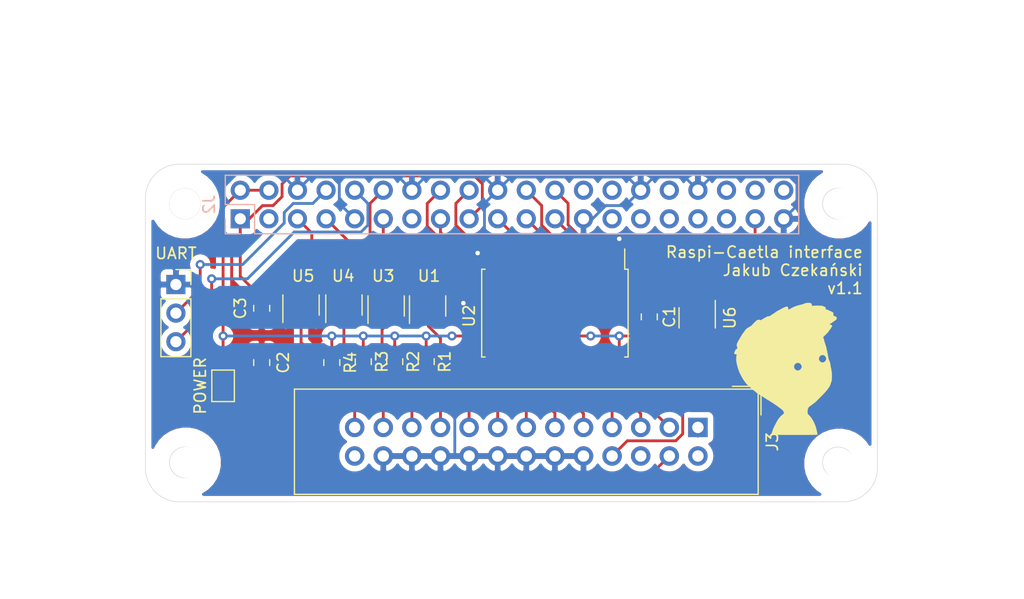
<source format=kicad_pcb>
(kicad_pcb (version 20171130) (host pcbnew "(5.1.4-0-10_14)")
  (title_block (title "Raspberry Pi® Zero W - Hat Template") (date 2018-12-28) (rev 1.0.8) (company StudioPieters®) (comment 1 https://www.studiopieters.nl))
  (layers (0 F.Cu signal) (31 B.Cu signal) (34 B.Paste user) (35 F.Paste user) (36 B.SilkS user) (37 F.SilkS user) (38 B.Mask user) (39 F.Mask user) (44 Edge.Cuts user))
  (net 0 "")
  (net 1 "Net-(J1-Pad2)")
  (net 2 "Net-(J1-Pad3)")
  (net 3 GND)
  (net 4 +3V3)
  (net 5 GPIO26)
  (net 6 "Net-(J2-Pad24)")
  (net 7 "Net-(J2-Pad23)")
  (net 8 "Net-(J2-Pad22)")
  (net 9 "Net-(J2-Pad21)")
  (net 10 "Net-(J2-Pad19)")
  (net 11 "Net-(J2-Pad18)")
  (net 12 "Net-(J2-Pad16)")
  (net 13 "Net-(J2-Pad15)")
  (net 14 "Net-(J2-Pad12)")
  (net 15 "Net-(J2-Pad11)")
  (net 16 "Net-(J2-Pad7)")
  (net 17 "Net-(J2-Pad5)")
  (net 18 /SELECT)
  (net 19 /PAPER_OUT)
  (net 20 /BUSY)
  (net 21 /ACK)
  (net 22 /D7)
  (net 23 /D6)
  (net 24 /D5)
  (net 25 /D4)
  (net 26 /D3)
  (net 27 /SELECT_PRINTER)
  (net 28 /D2)
  (net 29 /D1)
  (net 30 /D0)
  (net 31 +5V)
  (net 32 /ERROR)
  (module Mine:avatar (layer F.Cu) (at 107.188 66.548)
    (fp_text reference G*** hide)
    (fp_text value LOGO hide)
  )
  (module Package_TO_SOT_SMD:SOT-23-5 (layer F.Cu) (at 98.994 62.654 270)
    (fp_text reference U6 (at 0 -2.9 90) (layer F.SilkS))
    (fp_text value 74LVC1G125)
    (pad 5 smd rect (at 1.1 -0.95 270) (size 1.06 0.65) (layers F.Cu F.Paste F.Mask) (net 31 +5V))
    (pad 4 smd rect (at 1.1 0.95 270) (size 1.06 0.65) (layers F.Cu F.Paste F.Mask) (net 27 /SELECT_PRINTER))
    (pad 3 smd rect (at -1.1 0.95 270) (size 1.06 0.65) (layers F.Cu F.Paste F.Mask) (net 3 GND))
    (pad 2 smd rect (at -1.1 0 270) (size 1.06 0.65) (layers F.Cu F.Paste F.Mask) (net 5 GPIO26))
    (pad 1 smd rect (at -1.1 -0.95 270) (size 1.06 0.65) (layers F.Cu F.Paste F.Mask) (net 3 GND))
  )
  (module Package_TO_SOT_SMD:SOT-23-5 (layer F.Cu) (at 63.815 61.511 90)
    (fp_text reference U5 (at 2.583 0.193 180) (layer F.SilkS))
    (fp_text value 74LVC1G125)
    (pad 5 smd rect (at 1.1 -0.95 90) (size 1.06 0.65) (layers F.Cu F.Paste F.Mask) (net 4 +3V3))
    (pad 4 smd rect (at 1.1 0.95 90) (size 1.06 0.65) (layers F.Cu F.Paste F.Mask) (net 17 "Net-(J2-Pad5)"))
    (pad 3 smd rect (at -1.1 0.95 90) (size 1.06 0.65) (layers F.Cu F.Paste F.Mask) (net 3 GND))
    (pad 2 smd rect (at -1.1 0 90) (size 1.06 0.65) (layers F.Cu F.Paste F.Mask) (net 18 /SELECT))
    (pad 1 smd rect (at -1.1 -0.95 90) (size 1.06 0.65) (layers F.Cu F.Paste F.Mask) (net 3 GND))
  )
  (module Package_TO_SOT_SMD:SOT-23-5 (layer F.Cu) (at 67.625 61.511 90)
    (fp_text reference U4 (at 2.583 -0.061 180) (layer F.SilkS))
    (fp_text value 74LVC1G125)
    (pad 5 smd rect (at 1.1 -0.95 90) (size 1.06 0.65) (layers F.Cu F.Paste F.Mask) (net 4 +3V3))
    (pad 4 smd rect (at 1.1 0.95 90) (size 1.06 0.65) (layers F.Cu F.Paste F.Mask) (net 16 "Net-(J2-Pad7)"))
    (pad 3 smd rect (at -1.1 0.95 90) (size 1.06 0.65) (layers F.Cu F.Paste F.Mask) (net 3 GND))
    (pad 2 smd rect (at -1.1 0 90) (size 1.06 0.65) (layers F.Cu F.Paste F.Mask) (net 19 /PAPER_OUT))
    (pad 1 smd rect (at -1.1 -0.95 90) (size 1.06 0.65) (layers F.Cu F.Paste F.Mask) (net 3 GND))
  )
  (module Package_TO_SOT_SMD:SOT-23-5 (layer F.Cu) (at 71.374 61.595 90)
    (fp_text reference U3 (at 2.667 -0.254 180) (layer F.SilkS))
    (fp_text value 74LVC1G125)
    (pad 5 smd rect (at 1.1 -0.95 90) (size 1.06 0.65) (layers F.Cu F.Paste F.Mask) (net 4 +3V3))
    (pad 4 smd rect (at 1.1 0.95 90) (size 1.06 0.65) (layers F.Cu F.Paste F.Mask) (net 14 "Net-(J2-Pad12)"))
    (pad 3 smd rect (at -1.1 0.95 90) (size 1.06 0.65) (layers F.Cu F.Paste F.Mask) (net 3 GND))
    (pad 2 smd rect (at -1.1 0 90) (size 1.06 0.65) (layers F.Cu F.Paste F.Mask) (net 20 /BUSY))
    (pad 1 smd rect (at -1.1 -0.95 90) (size 1.06 0.65) (layers F.Cu F.Paste F.Mask) (net 3 GND))
  )
  (module Package_TO_SOT_SMD:SOT-23-5 (layer F.Cu) (at 75.057 61.595 90)
    (fp_text reference U1 (at 2.667 0.127 180) (layer F.SilkS))
    (fp_text value 74LVC1G125)
    (pad 5 smd rect (at 1.1 -0.95 90) (size 1.06 0.65) (layers F.Cu F.Paste F.Mask) (net 4 +3V3))
    (pad 4 smd rect (at 1.1 0.95 90) (size 1.06 0.65) (layers F.Cu F.Paste F.Mask) (net 15 "Net-(J2-Pad11)"))
    (pad 3 smd rect (at -1.1 0.95 90) (size 1.06 0.65) (layers F.Cu F.Paste F.Mask) (net 3 GND))
    (pad 2 smd rect (at -1.1 0 90) (size 1.06 0.65) (layers F.Cu F.Paste F.Mask) (net 21 /ACK))
    (pad 1 smd rect (at -1.1 -0.95 90) (size 1.06 0.65) (layers F.Cu F.Paste F.Mask) (net 3 GND))
  )
  (module Resistor_SMD:R_0805_2012Metric (layer F.Cu) (at 74.93 66.548 270)
    (fp_text reference R1 (at 0 -1.65 90) (layer F.SilkS))
    (fp_text value 10k)
    (pad 2 smd roundrect (at 0.9375 0 270) (size 0.975 1.4) (layers F.Cu F.Paste F.Mask) (net 21 /ACK))
    (pad 1 smd roundrect (at -0.9375 0 270) (size 0.975 1.4) (layers F.Cu F.Paste F.Mask) (net 31 +5V))
  )
  (module Connector_IDC:IDC-Header_2x13_P2.54mm_Vertical (layer F.Cu) (at 99.06 72.39 270)
    (fp_text reference J3 (at 1.27 -6.604 90) (layer F.SilkS))
    (fp_text value PARALLEL)
    (pad 26 thru_hole oval (at 2.54 30.48 270) (size 1.7272 1.7272) (drill 1.016) (layers *.Cu *.Mask))
    (pad 25 thru_hole oval (at 0 30.48 270) (size 1.7272 1.7272) (drill 1.016) (layers *.Cu *.Mask) (net 18 /SELECT))
    (pad 24 thru_hole oval (at 2.54 27.94 270) (size 1.7272 1.7272) (drill 1.016) (layers *.Cu *.Mask) (net 3 GND))
    (pad 23 thru_hole oval (at 0 27.94 270) (size 1.7272 1.7272) (drill 1.016) (layers *.Cu *.Mask) (net 19 /PAPER_OUT))
    (pad 22 thru_hole oval (at 2.54 25.4 270) (size 1.7272 1.7272) (drill 1.016) (layers *.Cu *.Mask) (net 3 GND))
    (pad 21 thru_hole oval (at 0 25.4 270) (size 1.7272 1.7272) (drill 1.016) (layers *.Cu *.Mask) (net 20 /BUSY))
    (pad 20 thru_hole oval (at 2.54 22.86 270) (size 1.7272 1.7272) (drill 1.016) (layers *.Cu *.Mask) (net 3 GND))
    (pad 19 thru_hole oval (at 0 22.86 270) (size 1.7272 1.7272) (drill 1.016) (layers *.Cu *.Mask) (net 21 /ACK))
    (pad 18 thru_hole oval (at 2.54 20.32 270) (size 1.7272 1.7272) (drill 1.016) (layers *.Cu *.Mask) (net 3 GND))
    (pad 17 thru_hole oval (at 0 20.32 270) (size 1.7272 1.7272) (drill 1.016) (layers *.Cu *.Mask) (net 22 /D7))
    (pad 16 thru_hole oval (at 2.54 17.78 270) (size 1.7272 1.7272) (drill 1.016) (layers *.Cu *.Mask) (net 3 GND))
    (pad 15 thru_hole oval (at 0 17.78 270) (size 1.7272 1.7272) (drill 1.016) (layers *.Cu *.Mask) (net 23 /D6))
    (pad 14 thru_hole oval (at 2.54 15.24 270) (size 1.7272 1.7272) (drill 1.016) (layers *.Cu *.Mask) (net 3 GND))
    (pad 13 thru_hole oval (at 0 15.24 270) (size 1.7272 1.7272) (drill 1.016) (layers *.Cu *.Mask) (net 24 /D5))
    (pad 12 thru_hole oval (at 2.54 12.7 270) (size 1.7272 1.7272) (drill 1.016) (layers *.Cu *.Mask) (net 3 GND))
    (pad 11 thru_hole oval (at 0 12.7 270) (size 1.7272 1.7272) (drill 1.016) (layers *.Cu *.Mask) (net 25 /D4))
    (pad 10 thru_hole oval (at 2.54 10.16 270) (size 1.7272 1.7272) (drill 1.016) (layers *.Cu *.Mask) (net 3 GND))
    (pad 9 thru_hole oval (at 0 10.16 270) (size 1.7272 1.7272) (drill 1.016) (layers *.Cu *.Mask) (net 26 /D3))
    (pad 8 thru_hole oval (at 2.54 7.62 270) (size 1.7272 1.7272) (drill 1.016) (layers *.Cu *.Mask) (net 27 /SELECT_PRINTER))
    (pad 7 thru_hole oval (at 0 7.62 270) (size 1.7272 1.7272) (drill 1.016) (layers *.Cu *.Mask) (net 28 /D2))
    (pad 6 thru_hole oval (at 2.54 5.08 270) (size 1.7272 1.7272) (drill 1.016) (layers *.Cu *.Mask))
    (pad 5 thru_hole oval (at 0 5.08 270) (size 1.7272 1.7272) (drill 1.016) (layers *.Cu *.Mask) (net 29 /D1))
    (pad 4 thru_hole oval (at 2.54 2.54 270) (size 1.7272 1.7272) (drill 1.016) (layers *.Cu *.Mask) (net 32 /ERROR))
    (pad 3 thru_hole oval (at 0 2.54 270) (size 1.7272 1.7272) (drill 1.016) (layers *.Cu *.Mask) (net 30 /D0))
    (pad 2 thru_hole oval (at 2.54 0 270) (size 1.7272 1.7272) (drill 1.016) (layers *.Cu *.Mask))
    (pad 1 thru_hole rect (at 0 0 270) (size 1.7272 1.7272) (drill 1.016) (layers *.Cu *.Mask))
  )
  (module Package_SO:Infineon_PG-DSO-20-32 (layer F.Cu) (at 86.36 62.23 270)
    (fp_text reference U2 (at 0.254 7.62 90) (layer F.SilkS))
    (fp_text value 74HCT541)
    (pad 20 smd rect (at 4.75 -5.715) (size 0.55 1.95) (layers F.Cu F.Paste F.Mask) (net 31 +5V))
    (pad 19 smd rect (at 4.75 -4.445) (size 0.55 1.95) (layers F.Cu F.Paste F.Mask) (net 3 GND))
    (pad 18 smd rect (at 4.75 -3.175) (size 0.55 1.95) (layers F.Cu F.Paste F.Mask) (net 30 /D0))
    (pad 17 smd rect (at 4.75 -1.905) (size 0.55 1.95) (layers F.Cu F.Paste F.Mask) (net 29 /D1))
    (pad 16 smd rect (at 4.75 -0.635) (size 0.55 1.95) (layers F.Cu F.Paste F.Mask) (net 28 /D2))
    (pad 15 smd rect (at 4.75 0.635) (size 0.55 1.95) (layers F.Cu F.Paste F.Mask) (net 26 /D3))
    (pad 14 smd rect (at 4.75 1.905) (size 0.55 1.95) (layers F.Cu F.Paste F.Mask) (net 25 /D4))
    (pad 13 smd rect (at 4.75 3.175) (size 0.55 1.95) (layers F.Cu F.Paste F.Mask) (net 24 /D5))
    (pad 12 smd rect (at 4.75 4.445) (size 0.55 1.95) (layers F.Cu F.Paste F.Mask) (net 23 /D6))
    (pad 11 smd rect (at 4.75 5.715) (size 0.55 1.95) (layers F.Cu F.Paste F.Mask) (net 22 /D7))
    (pad 10 smd rect (at -4.75 5.715) (size 0.55 1.95) (layers F.Cu F.Paste F.Mask) (net 3 GND))
    (pad 9 smd rect (at -4.75 4.445) (size 0.55 1.95) (layers F.Cu F.Paste F.Mask) (net 13 "Net-(J2-Pad15)"))
    (pad 8 smd rect (at -4.75 3.175) (size 0.55 1.95) (layers F.Cu F.Paste F.Mask) (net 12 "Net-(J2-Pad16)"))
    (pad 7 smd rect (at -4.75 1.905) (size 0.55 1.95) (layers F.Cu F.Paste F.Mask) (net 11 "Net-(J2-Pad18)"))
    (pad 6 smd rect (at -4.75 0.635) (size 0.55 1.95) (layers F.Cu F.Paste F.Mask) (net 10 "Net-(J2-Pad19)"))
    (pad 5 smd rect (at -4.75 -0.635) (size 0.55 1.95) (layers F.Cu F.Paste F.Mask) (net 8 "Net-(J2-Pad22)"))
    (pad 4 smd rect (at -4.75 -1.905) (size 0.55 1.95) (layers F.Cu F.Paste F.Mask) (net 9 "Net-(J2-Pad21)"))
    (pad 3 smd rect (at -4.75 -3.175) (size 0.55 1.95) (layers F.Cu F.Paste F.Mask) (net 6 "Net-(J2-Pad24)"))
    (pad 2 smd rect (at -4.75 -4.445) (size 0.55 1.95) (layers F.Cu F.Paste F.Mask) (net 7 "Net-(J2-Pad23)"))
    (pad 1 smd rect (at -4.75 -5.715) (size 0.55 1.95) (layers F.Cu F.Paste F.Mask) (net 3 GND))
  )
  (module Resistor_SMD:R_0805_2012Metric (layer F.Cu) (at 66.548 66.6265 270)
    (fp_text reference R4 (at 0 -1.65 90) (layer F.SilkS))
    (fp_text value 10k)
    (pad 2 smd roundrect (at 0.9375 0 270) (size 0.975 1.4) (layers F.Cu F.Paste F.Mask) (net 18 /SELECT))
    (pad 1 smd roundrect (at -0.9375 0 270) (size 0.975 1.4) (layers F.Cu F.Paste F.Mask) (net 31 +5V))
  )
  (module Resistor_SMD:R_0805_2012Metric (layer F.Cu) (at 69.342 66.548 270)
    (fp_text reference R3 (at 0 -1.65 90) (layer F.SilkS))
    (fp_text value 10k)
    (pad 2 smd roundrect (at 0.9375 0 270) (size 0.975 1.4) (layers F.Cu F.Paste F.Mask) (net 19 /PAPER_OUT))
    (pad 1 smd roundrect (at -0.9375 0 270) (size 0.975 1.4) (layers F.Cu F.Paste F.Mask) (net 31 +5V))
  )
  (module Resistor_SMD:R_0805_2012Metric (layer F.Cu) (at 72.136 66.548 270)
    (fp_text reference R2 (at 0 -1.65 90) (layer F.SilkS))
    (fp_text value 10k)
    (pad 2 smd roundrect (at 0.9375 0 270) (size 0.975 1.4) (layers F.Cu F.Paste F.Mask) (net 20 /BUSY))
    (pad 1 smd roundrect (at -0.9375 0 270) (size 0.975 1.4) (layers F.Cu F.Paste F.Mask) (net 31 +5V))
  )
  (module Jumper:SolderJumper-2_P1.3mm_Open_Pad1.0x1.5mm (layer F.Cu) (at 56.896 68.692 270)
    (fp_text reference POWER (at 0 2.032 90) (layer F.SilkS))
    (fp_text value 5V_PWR)
    (pad 1 smd rect (at -0.65 0 270) (size 1 1.5) (layers F.Cu F.Mask) (net 31 +5V))
    (pad 2 smd rect (at 0.65 0 270) (size 1 1.5) (layers F.Cu F.Mask) (net 32 /ERROR))
  )
  (module Connector_PinSocket_2.54mm:PinSocket_2x20_P2.54mm_Vertical (layer B.Cu) (at 58.42 53.848 270)
    (fp_text reference J2 (at -1.27 2.77 270) (layer B.SilkS) (effects (justify mirror)))
    (fp_text value RASPBERRY_PI)
    (pad 40 thru_hole oval (at -2.54 -48.26 270) (size 1.7 1.7) (drill 1) (layers *.Cu *.Mask))
    (pad 39 thru_hole oval (at 0 -48.26 270) (size 1.7 1.7) (drill 1) (layers *.Cu *.Mask) (net 3 GND))
    (pad 38 thru_hole oval (at -2.54 -45.72 270) (size 1.7 1.7) (drill 1) (layers *.Cu *.Mask))
    (pad 37 thru_hole oval (at 0 -45.72 270) (size 1.7 1.7) (drill 1) (layers *.Cu *.Mask) (net 5 GPIO26))
    (pad 36 thru_hole oval (at -2.54 -43.18 270) (size 1.7 1.7) (drill 1) (layers *.Cu *.Mask))
    (pad 35 thru_hole oval (at 0 -43.18 270) (size 1.7 1.7) (drill 1) (layers *.Cu *.Mask))
    (pad 34 thru_hole oval (at -2.54 -40.64 270) (size 1.7 1.7) (drill 1) (layers *.Cu *.Mask) (net 3 GND))
    (pad 33 thru_hole oval (at 0 -40.64 270) (size 1.7 1.7) (drill 1) (layers *.Cu *.Mask))
    (pad 32 thru_hole oval (at -2.54 -38.1 270) (size 1.7 1.7) (drill 1) (layers *.Cu *.Mask))
    (pad 31 thru_hole oval (at 0 -38.1 270) (size 1.7 1.7) (drill 1) (layers *.Cu *.Mask))
    (pad 30 thru_hole oval (at -2.54 -35.56 270) (size 1.7 1.7) (drill 1) (layers *.Cu *.Mask) (net 3 GND))
    (pad 29 thru_hole oval (at 0 -35.56 270) (size 1.7 1.7) (drill 1) (layers *.Cu *.Mask))
    (pad 28 thru_hole oval (at -2.54 -33.02 270) (size 1.7 1.7) (drill 1) (layers *.Cu *.Mask))
    (pad 27 thru_hole oval (at 0 -33.02 270) (size 1.7 1.7) (drill 1) (layers *.Cu *.Mask))
    (pad 26 thru_hole oval (at -2.54 -30.48 270) (size 1.7 1.7) (drill 1) (layers *.Cu *.Mask))
    (pad 25 thru_hole oval (at 0 -30.48 270) (size 1.7 1.7) (drill 1) (layers *.Cu *.Mask) (net 3 GND))
    (pad 24 thru_hole oval (at -2.54 -27.94 270) (size 1.7 1.7) (drill 1) (layers *.Cu *.Mask) (net 6 "Net-(J2-Pad24)"))
    (pad 23 thru_hole oval (at 0 -27.94 270) (size 1.7 1.7) (drill 1) (layers *.Cu *.Mask) (net 7 "Net-(J2-Pad23)"))
    (pad 22 thru_hole oval (at -2.54 -25.4 270) (size 1.7 1.7) (drill 1) (layers *.Cu *.Mask) (net 8 "Net-(J2-Pad22)"))
    (pad 21 thru_hole oval (at 0 -25.4 270) (size 1.7 1.7) (drill 1) (layers *.Cu *.Mask) (net 9 "Net-(J2-Pad21)"))
    (pad 20 thru_hole oval (at -2.54 -22.86 270) (size 1.7 1.7) (drill 1) (layers *.Cu *.Mask) (net 3 GND))
    (pad 19 thru_hole oval (at 0 -22.86 270) (size 1.7 1.7) (drill 1) (layers *.Cu *.Mask) (net 10 "Net-(J2-Pad19)"))
    (pad 18 thru_hole oval (at -2.54 -20.32 270) (size 1.7 1.7) (drill 1) (layers *.Cu *.Mask) (net 11 "Net-(J2-Pad18)"))
    (pad 17 thru_hole oval (at 0 -20.32 270) (size 1.7 1.7) (drill 1) (layers *.Cu *.Mask) (net 4 +3V3))
    (pad 16 thru_hole oval (at -2.54 -17.78 270) (size 1.7 1.7) (drill 1) (layers *.Cu *.Mask) (net 12 "Net-(J2-Pad16)"))
    (pad 15 thru_hole oval (at 0 -17.78 270) (size 1.7 1.7) (drill 1) (layers *.Cu *.Mask) (net 13 "Net-(J2-Pad15)"))
    (pad 14 thru_hole oval (at -2.54 -15.24 270) (size 1.7 1.7) (drill 1) (layers *.Cu *.Mask) (net 3 GND))
    (pad 13 thru_hole oval (at 0 -15.24 270) (size 1.7 1.7) (drill 1) (layers *.Cu *.Mask))
    (pad 12 thru_hole oval (at -2.54 -12.7 270) (size 1.7 1.7) (drill 1) (layers *.Cu *.Mask) (net 14 "Net-(J2-Pad12)"))
    (pad 11 thru_hole oval (at 0 -12.7 270) (size 1.7 1.7) (drill 1) (layers *.Cu *.Mask) (net 15 "Net-(J2-Pad11)"))
    (pad 10 thru_hole oval (at -2.54 -10.16 270) (size 1.7 1.7) (drill 1) (layers *.Cu *.Mask) (net 2 "Net-(J1-Pad3)"))
    (pad 9 thru_hole oval (at 0 -10.16 270) (size 1.7 1.7) (drill 1) (layers *.Cu *.Mask) (net 3 GND))
    (pad 8 thru_hole oval (at -2.54 -7.62 270) (size 1.7 1.7) (drill 1) (layers *.Cu *.Mask) (net 1 "Net-(J1-Pad2)"))
    (pad 7 thru_hole oval (at 0 -7.62 270) (size 1.7 1.7) (drill 1) (layers *.Cu *.Mask) (net 16 "Net-(J2-Pad7)"))
    (pad 6 thru_hole oval (at -2.54 -5.08 270) (size 1.7 1.7) (drill 1) (layers *.Cu *.Mask) (net 3 GND))
    (pad 5 thru_hole oval (at 0 -5.08 270) (size 1.7 1.7) (drill 1) (layers *.Cu *.Mask) (net 17 "Net-(J2-Pad5)"))
    (pad 4 thru_hole oval (at -2.54 -2.54 270) (size 1.7 1.7) (drill 1) (layers *.Cu *.Mask) (net 31 +5V))
    (pad 3 thru_hole oval (at 0 -2.54 270) (size 1.7 1.7) (drill 1) (layers *.Cu *.Mask))
    (pad 2 thru_hole oval (at -2.54 0 270) (size 1.7 1.7) (drill 1) (layers *.Cu *.Mask) (net 31 +5V))
    (pad 1 thru_hole rect (at 0 0 270) (size 1.7 1.7) (drill 1) (layers *.Cu *.Mask) (net 4 +3V3))
  )
  (module Connector_PinSocket_2.54mm:PinSocket_1x03_P2.54mm_Vertical (layer F.Cu) (at 52.705 59.69)
    (fp_text reference UART (at 0 -2.77) (layer F.SilkS))
    (fp_text value UART)
    (pad 3 thru_hole oval (at 0 5.08) (size 1.7 1.7) (drill 1) (layers *.Cu *.Mask) (net 2 "Net-(J1-Pad3)"))
    (pad 2 thru_hole oval (at 0 2.54) (size 1.7 1.7) (drill 1) (layers *.Cu *.Mask) (net 1 "Net-(J1-Pad2)"))
    (pad 1 thru_hole rect (at 0 0) (size 1.7 1.7) (drill 1) (layers *.Cu *.Mask) (net 3 GND))
  )
  (module Capacitor_SMD:C_0805_2012Metric (layer F.Cu) (at 60.325 61.8005 270)
    (fp_text reference C3 (at 0 1.905 90) (layer F.SilkS))
    (fp_text value 100n)
    (pad 2 smd roundrect (at 0.9375 0 270) (size 0.975 1.4) (layers F.Cu F.Paste F.Mask) (net 3 GND))
    (pad 1 smd roundrect (at -0.9375 0 270) (size 0.975 1.4) (layers F.Cu F.Paste F.Mask) (net 4 +3V3))
  )
  (module Capacitor_SMD:C_0805_2012Metric (layer F.Cu) (at 60.325 66.6265 90)
    (fp_text reference C2 (at 0 1.905 90) (layer F.SilkS))
    (fp_text value 100n)
    (pad 2 smd roundrect (at 0.9375 0 90) (size 0.975 1.4) (layers F.Cu F.Paste F.Mask) (net 3 GND))
    (pad 1 smd roundrect (at -0.9375 0 90) (size 0.975 1.4) (layers F.Cu F.Paste F.Mask) (net 31 +5V))
  )
  (module Capacitor_SMD:C_0805_2012Metric (layer F.Cu) (at 94.742 62.5625 90)
    (fp_text reference C1 (at 0 1.778 90) (layer F.SilkS))
    (fp_text value 100n)
    (pad 2 smd roundrect (at 0.9375 0 90) (size 0.975 1.4) (layers F.Cu F.Paste F.Mask) (net 3 GND))
    (pad 1 smd roundrect (at -0.9375 0 90) (size 0.975 1.4) (layers F.Cu F.Paste F.Mask) (net 31 +5V))
  )
  (module RPi_Hat:RPi_Hat_Mounting_Hole (layer F.Cu) (at 53.5 52.5)
    (fp_text reference "" hide)
    (fp_text value "" hide)
    (pad "" np_thru_hole circle (at 0 0) (size 2.75 2.75) (drill 2.75) (layers *.Cu *.Mask) (clearance 1.725))
  )
  (module RPi_Hat:RPi_Hat_Mounting_Hole (layer F.Cu) (at 53.6 75.5)
    (fp_text reference "" hide)
    (fp_text value "" hide)
    (pad "" np_thru_hole circle (at 0 0) (size 2.75 2.75) (drill 2.75) (layers *.Cu *.Mask) (clearance 1.725))
  )
  (module RPi_Hat:RPi_Hat_Mounting_Hole (layer F.Cu) (at 111.6 75.6)
    (fp_text reference "" hide)
    (fp_text value "" hide)
    (pad "" np_thru_hole circle (at 0 0) (size 2.75 2.75) (drill 2.75) (layers *.Cu *.Mask) (clearance 1.725))
  )
  (module RPi_Hat:RPi_Hat_Mounting_Hole (layer F.Cu) (at 111.6 52.5)
    (fp_text reference "" hide)
    (fp_text value "" hide)
    (pad "" np_thru_hole circle (at 0 0) (size 2.75 2.75) (drill 2.75) (layers *.Cu *.Mask) (clearance 1.725))
  )
  (gr_text "Raspi-Caetla interface\nJakub Czekański\nv1.1" (at 113.792 58.42) (layer F.SilkS) (effects (font (size 1 1)) (justify right)))
  (gr_circle (center 111.5 75.5) (end 111.47 76.87) (layer Edge.Cuts) (width 0.05))
  (gr_circle (center 111.5 52.5) (end 111.47 53.87) (layer Edge.Cuts) (width 0.05))
  (gr_circle (center 53.5 75.5) (end 53.47 76.87) (layer Edge.Cuts) (width 0.05))
  (gr_circle (center 53.5 52.5) (end 53.47 53.87) (layer Edge.Cuts) (width 0.05))
  (gr_arc (start 112 52) (end 115 52) (angle -90) (layer Edge.Cuts) (width 0.05))
  (gr_arc (start 112 76) (end 112 79) (angle -90) (layer Edge.Cuts) (width 0.05))
  (gr_arc (start 53 76) (end 50 76) (angle -90) (layer Edge.Cuts) (width 0.05))
  (gr_arc (start 53 52) (end 53 49) (angle -90) (layer Edge.Cuts) (width 0.05))
  (gr_line (start 50 76) (end 50 52) (layer Edge.Cuts) (width 0.05))
  (gr_line (start 112 79) (end 53 79) (layer Edge.Cuts) (width 0.05))
  (gr_line (start 115 52) (end 115 76) (layer Edge.Cuts) (width 0.05))
  (gr_line (start 53 49) (end 112 49) (layer Edge.Cuts) (width 0.05))
  (segment (start 99.06 72.39) (end 99.06 73.17087) (width 0.25) (layer F.Cu) (net 0))
  (segment (start 54.864 57.912) (end 58.635002 57.912) (width 0.25) (layer B.Cu) (net 1))
  (segment (start 58.635002 57.912) (end 62.324999 54.222003) (width 0.25) (layer B.Cu) (net 1))
  (segment (start 65.190001 52.157999) (end 66.04 51.308) (width 0.25) (layer B.Cu) (net 1))
  (segment (start 62.324999 54.222003) (end 62.324999 53.283999) (width 0.25) (layer B.Cu) (net 1))
  (segment (start 64.864999 52.483001) (end 65.190001 52.157999) (width 0.25) (layer B.Cu) (net 1))
  (segment (start 62.324999 53.283999) (end 63.125997 52.483001) (width 0.25) (layer B.Cu) (net 1))
  (segment (start 63.125997 52.483001) (end 64.864999 52.483001) (width 0.25) (layer B.Cu) (net 1))
  (via (at 54.864 57.912) (size 0.8) (drill 0.4) (layers F.Cu B.Cu) (net 1))
  (segment (start 54.864 60.071) (end 52.705 62.23) (width 0.25) (layer F.Cu) (net 1))
  (segment (start 54.864 57.912) (end 54.864 60.071) (width 0.25) (layer F.Cu) (net 1))
  (via (at 55.88 59.182) (size 0.8) (drill 0.4) (layers F.Cu B.Cu) (net 2))
  (segment (start 55.88 59.182) (end 59.055 59.182) (width 0.25) (layer B.Cu) (net 2))
  (segment (start 69.429999 52.157999) (end 68.58 51.308) (width 0.25) (layer B.Cu) (net 2))
  (segment (start 69.755001 52.483001) (end 69.429999 52.157999) (width 0.25) (layer B.Cu) (net 2))
  (segment (start 69.755001 54.412001) (end 69.755001 52.483001) (width 0.25) (layer B.Cu) (net 2))
  (segment (start 69.144001 55.023001) (end 69.755001 54.412001) (width 0.25) (layer B.Cu) (net 2))
  (segment (start 63.213999 55.023001) (end 69.144001 55.023001) (width 0.25) (layer B.Cu) (net 2))
  (segment (start 59.055 59.182) (end 63.213999 55.023001) (width 0.25) (layer B.Cu) (net 2))
  (segment (start 55.88 61.595) (end 52.705 64.77) (width 0.25) (layer F.Cu) (net 2))
  (segment (start 55.88 59.182) (end 55.88 61.595) (width 0.25) (layer F.Cu) (net 2))
  (segment (start 88.9 74.93) (end 86.36 74.93) (width 0.25) (layer B.Cu) (net 3))
  (segment (start 86.36 74.93) (end 83.82 74.93) (width 0.25) (layer B.Cu) (net 3))
  (segment (start 83.82 74.93) (end 81.28 74.93) (width 0.25) (layer B.Cu) (net 3))
  (segment (start 81.28 74.93) (end 78.74 74.93) (width 0.25) (layer B.Cu) (net 3))
  (segment (start 76.2 74.93) (end 73.66 74.93) (width 0.25) (layer B.Cu) (net 3))
  (segment (start 73.66 74.93) (end 71.12 74.93) (width 0.25) (layer B.Cu) (net 3))
  (segment (start 92.075 61.087) (end 92.075 57.48) (width 0.25) (layer F.Cu) (net 3))
  (segment (start 90.805 66.98) (end 90.805 62.865) (width 0.25) (layer F.Cu) (net 3))
  (segment (start 92.329 61.341) (end 92.075 61.087) (width 0.25) (layer F.Cu) (net 3))
  (segment (start 92.613 61.625) (end 92.329 61.341) (width 0.25) (layer F.Cu) (net 3))
  (segment (start 64.675001 50.132999) (end 63.5 51.308) (width 0.25) (layer B.Cu) (net 3))
  (segment (start 66.604001 50.132999) (end 64.675001 50.132999) (width 0.25) (layer B.Cu) (net 3))
  (segment (start 67.215001 52.483001) (end 67.215001 50.743999) (width 0.25) (layer B.Cu) (net 3))
  (segment (start 68.58 53.848) (end 67.215001 52.483001) (width 0.25) (layer B.Cu) (net 3))
  (segment (start 67.342001 50.132999) (end 66.973001 50.501999) (width 0.25) (layer B.Cu) (net 3))
  (segment (start 72.484999 50.132999) (end 67.342001 50.132999) (width 0.25) (layer B.Cu) (net 3))
  (segment (start 66.973001 50.501999) (end 66.604001 50.132999) (width 0.25) (layer B.Cu) (net 3))
  (segment (start 73.66 51.308) (end 72.484999 50.132999) (width 0.25) (layer B.Cu) (net 3))
  (segment (start 67.215001 50.743999) (end 66.973001 50.501999) (width 0.25) (layer B.Cu) (net 3))
  (segment (start 74.835001 50.132999) (end 73.66 51.308) (width 0.25) (layer B.Cu) (net 3))
  (segment (start 80.104999 50.132999) (end 74.835001 50.132999) (width 0.25) (layer B.Cu) (net 3))
  (segment (start 81.28 51.308) (end 80.104999 50.132999) (width 0.25) (layer B.Cu) (net 3))
  (segment (start 92.615001 52.672999) (end 93.98 51.308) (width 0.25) (layer B.Cu) (net 3))
  (segment (start 90.875999 52.672999) (end 92.615001 52.672999) (width 0.25) (layer B.Cu) (net 3))
  (segment (start 89.700998 53.848) (end 90.875999 52.672999) (width 0.25) (layer B.Cu) (net 3))
  (segment (start 88.9 53.848) (end 89.700998 53.848) (width 0.25) (layer B.Cu) (net 3))
  (segment (start 95.155001 50.132999) (end 93.98 51.308) (width 0.25) (layer B.Cu) (net 3))
  (segment (start 97.884999 50.132999) (end 95.155001 50.132999) (width 0.25) (layer B.Cu) (net 3))
  (segment (start 99.06 51.308) (end 97.884999 50.132999) (width 0.25) (layer B.Cu) (net 3))
  (segment (start 100.235001 50.132999) (end 99.06 51.308) (width 0.25) (layer B.Cu) (net 3))
  (segment (start 107.244001 50.132999) (end 100.235001 50.132999) (width 0.25) (layer B.Cu) (net 3))
  (segment (start 107.855001 50.743999) (end 107.244001 50.132999) (width 0.25) (layer B.Cu) (net 3))
  (segment (start 107.855001 52.672999) (end 107.855001 50.743999) (width 0.25) (layer B.Cu) (net 3))
  (segment (start 106.68 53.848) (end 107.855001 52.672999) (width 0.25) (layer B.Cu) (net 3))
  (segment (start 92.804999 50.132999) (end 93.98 51.308) (width 0.25) (layer B.Cu) (net 3))
  (segment (start 82.455001 50.132999) (end 92.804999 50.132999) (width 0.25) (layer B.Cu) (net 3))
  (segment (start 81.28 51.308) (end 82.455001 50.132999) (width 0.25) (layer B.Cu) (net 3))
  (segment (start 88.9 55.050081) (end 89.221919 55.372) (width 0.25) (layer B.Cu) (net 3))
  (segment (start 88.9 53.848) (end 88.9 55.050081) (width 0.25) (layer B.Cu) (net 3))
  (via (at 92.075 55.626) (size 0.8) (drill 0.4) (layers F.Cu B.Cu) (net 3))
  (segment (start 91.821 55.372) (end 92.075 55.626) (width 0.25) (layer B.Cu) (net 3))
  (segment (start 89.221919 55.372) (end 91.821 55.372) (width 0.25) (layer B.Cu) (net 3))
  (segment (start 92.075 55.626) (end 92.075 57.48) (width 0.25) (layer F.Cu) (net 3))
  (segment (start 60.452 62.611) (end 60.325 62.738) (width 0.25) (layer F.Cu) (net 3))
  (segment (start 62.87 62.611) (end 60.452 62.611) (width 0.25) (layer F.Cu) (net 3))
  (segment (start 80.086 57.48) (end 79.502 56.896) (width 0.25) (layer F.Cu) (net 3))
  (via (at 79.502 56.896) (size 0.8) (drill 0.4) (layers F.Cu B.Cu) (net 3))
  (segment (start 80.645 57.48) (end 80.086 57.48) (width 0.25) (layer F.Cu) (net 3))
  (segment (start 80.430001 52.157999) (end 81.28 51.308) (width 0.25) (layer B.Cu) (net 3))
  (segment (start 80.104999 56.293001) (end 80.104999 52.483001) (width 0.25) (layer B.Cu) (net 3))
  (segment (start 80.104999 52.483001) (end 80.430001 52.157999) (width 0.25) (layer B.Cu) (net 3))
  (segment (start 79.502 56.896) (end 80.104999 56.293001) (width 0.25) (layer B.Cu) (net 3))
  (segment (start 77.47 74.93) (end 76.2 74.93) (width 0.25) (layer B.Cu) (net 3))
  (segment (start 78.74 74.93) (end 77.47 74.93) (width 0.25) (layer B.Cu) (net 3))
  (segment (start 91.059 62.611) (end 91.186 62.484) (width 0.25) (layer F.Cu) (net 3))
  (segment (start 91.186 62.484) (end 92.329 61.341) (width 0.25) (layer F.Cu) (net 3))
  (segment (start 90.805 62.865) (end 91.186 62.484) (width 0.25) (layer F.Cu) (net 3))
  (segment (start 78.359 62.611) (end 91.059 62.611) (width 0.25) (layer F.Cu) (net 3))
  (segment (start 58.166 49.784) (end 56.725001 51.224999) (width 0.25) (layer B.Cu) (net 3))
  (segment (start 61.976 49.784) (end 58.166 49.784) (width 0.25) (layer B.Cu) (net 3))
  (segment (start 63.5 51.308) (end 61.976 49.784) (width 0.25) (layer B.Cu) (net 3))
  (segment (start 60.325 65.689) (end 60.325 62.738) (width 0.25) (layer F.Cu) (net 3))
  (segment (start 94.309 61.55) (end 94.234 61.625) (width 0.25) (layer F.Cu) (net 3))
  (segment (start 98.118 61.55) (end 94.309 61.55) (width 0.25) (layer F.Cu) (net 3))
  (segment (start 79.502 56.896) (end 78.232 58.166) (width 0.25) (layer B.Cu) (net 3))
  (segment (start 78.232 58.166) (end 78.232 61.341) (width 0.25) (layer B.Cu) (net 3))
  (via (at 78.232 61.341) (size 0.8) (drill 0.4) (layers F.Cu B.Cu) (net 3))
  (segment (start 78.232 61.906685) (end 78.232 62.611) (width 0.25) (layer F.Cu) (net 3))
  (segment (start 78.232 61.341) (end 78.232 61.906685) (width 0.25) (layer F.Cu) (net 3))
  (segment (start 78.232 62.611) (end 78.359 62.611) (width 0.25) (layer F.Cu) (net 3))
  (segment (start 76.073 62.611) (end 78.232 62.611) (width 0.25) (layer F.Cu) (net 3))
  (segment (start 77.47 74.93) (end 77.47 69.088) (width 0.25) (layer B.Cu) (net 3))
  (segment (start 78.232 68.326) (end 78.232 61.341) (width 0.25) (layer B.Cu) (net 3))
  (segment (start 77.47 69.088) (end 78.232 68.326) (width 0.25) (layer B.Cu) (net 3))
  (segment (start 94.234 61.625) (end 92.613 61.625) (width 0.25) (layer F.Cu) (net 3))
  (segment (start 56.725001 54.569999) (end 56.725001 52.788001) (width 0.25) (layer B.Cu) (net 3))
  (segment (start 52.705 58.59) (end 56.725001 54.569999) (width 0.25) (layer B.Cu) (net 3))
  (segment (start 52.705 59.69) (end 52.705 58.59) (width 0.25) (layer B.Cu) (net 3))
  (segment (start 56.725001 52.788001) (end 56.725001 53.934999) (width 0.25) (layer B.Cu) (net 3))
  (segment (start 56.725001 51.224999) (end 56.725001 52.788001) (width 0.25) (layer B.Cu) (net 3))
  (segment (start 64.765 61.831) (end 64.765 62.611) (width 0.25) (layer F.Cu) (net 3))
  (segment (start 64.689999 61.755999) (end 64.765 61.831) (width 0.25) (layer F.Cu) (net 3))
  (segment (start 62.940001 61.755999) (end 64.689999 61.755999) (width 0.25) (layer F.Cu) (net 3))
  (segment (start 62.865 61.831) (end 62.940001 61.755999) (width 0.25) (layer F.Cu) (net 3))
  (segment (start 62.865 62.611) (end 62.865 61.831) (width 0.25) (layer F.Cu) (net 3))
  (segment (start 64.765 62.611) (end 66.675 62.611) (width 0.25) (layer F.Cu) (net 3))
  (segment (start 68.575 61.831) (end 68.575 62.611) (width 0.25) (layer F.Cu) (net 3))
  (segment (start 68.499999 61.755999) (end 68.575 61.831) (width 0.25) (layer F.Cu) (net 3))
  (segment (start 66.750001 61.755999) (end 68.499999 61.755999) (width 0.25) (layer F.Cu) (net 3))
  (segment (start 66.675 61.831) (end 66.750001 61.755999) (width 0.25) (layer F.Cu) (net 3))
  (segment (start 66.675 62.611) (end 66.675 61.831) (width 0.25) (layer F.Cu) (net 3))
  (segment (start 70.34 62.611) (end 70.424 62.695) (width 0.25) (layer F.Cu) (net 3))
  (segment (start 68.575 62.611) (end 70.34 62.611) (width 0.25) (layer F.Cu) (net 3))
  (segment (start 72.324 61.915) (end 72.324 62.695) (width 0.25) (layer F.Cu) (net 3))
  (segment (start 72.248999 61.839999) (end 72.324 61.915) (width 0.25) (layer F.Cu) (net 3))
  (segment (start 70.424 61.915) (end 70.499001 61.839999) (width 0.25) (layer F.Cu) (net 3))
  (segment (start 70.499001 61.839999) (end 72.248999 61.839999) (width 0.25) (layer F.Cu) (net 3))
  (segment (start 70.424 62.695) (end 70.424 61.915) (width 0.25) (layer F.Cu) (net 3))
  (segment (start 72.324 62.695) (end 74.107 62.695) (width 0.25) (layer F.Cu) (net 3))
  (segment (start 76.007 61.915) (end 76.007 62.695) (width 0.25) (layer F.Cu) (net 3))
  (segment (start 75.931999 61.839999) (end 76.007 61.915) (width 0.25) (layer F.Cu) (net 3))
  (segment (start 74.182001 61.839999) (end 75.931999 61.839999) (width 0.25) (layer F.Cu) (net 3))
  (segment (start 74.107 61.915) (end 74.182001 61.839999) (width 0.25) (layer F.Cu) (net 3))
  (segment (start 74.107 62.695) (end 74.107 61.915) (width 0.25) (layer F.Cu) (net 3))
  (segment (start 98.044 62.334) (end 98.044 61.554) (width 0.25) (layer F.Cu) (net 3))
  (segment (start 99.868999 62.409001) (end 98.119001 62.409001) (width 0.25) (layer F.Cu) (net 3))
  (segment (start 98.119001 62.409001) (end 98.044 62.334) (width 0.25) (layer F.Cu) (net 3))
  (segment (start 99.944 62.334) (end 99.868999 62.409001) (width 0.25) (layer F.Cu) (net 3))
  (segment (start 99.944 61.554) (end 99.944 62.334) (width 0.25) (layer F.Cu) (net 3))
  (segment (start 58.42 58.958) (end 60.325 60.863) (width 0.25) (layer F.Cu) (net 4))
  (segment (start 58.42 53.848) (end 58.42 58.958) (width 0.25) (layer F.Cu) (net 4))
  (segment (start 62.418 60.863) (end 62.87 60.411) (width 0.25) (layer F.Cu) (net 4))
  (segment (start 60.325 60.863) (end 62.418 60.863) (width 0.25) (layer F.Cu) (net 4))
  (segment (start 79.915001 50.743999) (end 79.209002 50.038) (width 0.25) (layer F.Cu) (net 4))
  (segment (start 79.915001 52.672999) (end 79.915001 50.743999) (width 0.25) (layer F.Cu) (net 4))
  (segment (start 78.74 53.848) (end 79.915001 52.672999) (width 0.25) (layer F.Cu) (net 4))
  (segment (start 62.841 50.038) (end 79.209002 50.038) (width 0.25) (layer F.Cu) (net 4))
  (segment (start 62.135001 51.872001) (end 62.135001 50.743999) (width 0.25) (layer F.Cu) (net 4))
  (segment (start 61.334003 52.672999) (end 62.135001 51.872001) (width 0.25) (layer F.Cu) (net 4))
  (segment (start 60.395999 52.672999) (end 61.334003 52.672999) (width 0.25) (layer F.Cu) (net 4))
  (segment (start 59.220998 53.848) (end 60.395999 52.672999) (width 0.25) (layer F.Cu) (net 4))
  (segment (start 62.135001 50.743999) (end 62.841 50.038) (width 0.25) (layer F.Cu) (net 4))
  (segment (start 58.42 53.848) (end 59.220998 53.848) (width 0.25) (layer F.Cu) (net 4))
  (segment (start 71.854001 61.350001) (end 70.999 60.495) (width 0.25) (layer F.Cu) (net 4))
  (segment (start 70.999 60.495) (end 70.424 60.495) (width 0.25) (layer F.Cu) (net 4))
  (segment (start 73.456999 61.350001) (end 71.854001 61.350001) (width 0.25) (layer F.Cu) (net 4))
  (segment (start 74.107 60.7) (end 73.456999 61.350001) (width 0.25) (layer F.Cu) (net 4))
  (segment (start 74.107 60.495) (end 74.107 60.7) (width 0.25) (layer F.Cu) (net 4))
  (segment (start 67.25 60.411) (end 66.675 60.411) (width 0.25) (layer F.Cu) (net 4))
  (segment (start 68.105001 61.266001) (end 67.25 60.411) (width 0.25) (layer F.Cu) (net 4))
  (segment (start 69.077999 61.266001) (end 68.105001 61.266001) (width 0.25) (layer F.Cu) (net 4))
  (segment (start 69.849 60.495) (end 69.077999 61.266001) (width 0.25) (layer F.Cu) (net 4))
  (segment (start 70.424 60.495) (end 69.849 60.495) (width 0.25) (layer F.Cu) (net 4))
  (segment (start 63.44 60.411) (end 62.865 60.411) (width 0.25) (layer F.Cu) (net 4))
  (segment (start 64.295001 61.266001) (end 63.44 60.411) (width 0.25) (layer F.Cu) (net 4))
  (segment (start 66.1 60.411) (end 65.244999 61.266001) (width 0.25) (layer F.Cu) (net 4))
  (segment (start 65.244999 61.266001) (end 64.295001 61.266001) (width 0.25) (layer F.Cu) (net 4))
  (segment (start 66.675 60.411) (end 66.1 60.411) (width 0.25) (layer F.Cu) (net 4))
  (segment (start 99.06 59.69) (end 99.06 61.449782) (width 0.25) (layer F.Cu) (net 5))
  (segment (start 99.06 61.449782) (end 99.068 61.457782) (width 0.25) (layer F.Cu) (net 5))
  (segment (start 99.568 59.182) (end 99.06 59.69) (width 0.25) (layer F.Cu) (net 5))
  (segment (start 103.251 59.182) (end 99.568 59.182) (width 0.25) (layer F.Cu) (net 5))
  (segment (start 104.14 58.293) (end 103.251 59.182) (width 0.25) (layer F.Cu) (net 5))
  (segment (start 104.14 53.848) (end 104.14 58.293) (width 0.25) (layer F.Cu) (net 5))
  (segment (start 87.535001 52.483001) (end 86.36 51.308) (width 0.25) (layer F.Cu) (net 6))
  (segment (start 87.535001 54.386591) (end 87.535001 52.483001) (width 0.25) (layer F.Cu) (net 6))
  (segment (start 89.535 56.38659) (end 87.535001 54.386591) (width 0.25) (layer F.Cu) (net 6))
  (segment (start 89.535 57.48) (end 89.535 56.38659) (width 0.25) (layer F.Cu) (net 6))
  (segment (start 90.805 58.928) (end 90.805 57.48) (width 0.25) (layer F.Cu) (net 7))
  (segment (start 90.551 59.182) (end 90.805 58.928) (width 0.25) (layer F.Cu) (net 7))
  (segment (start 88.865001 58.645003) (end 89.401998 59.182) (width 0.25) (layer F.Cu) (net 7))
  (segment (start 89.401998 59.182) (end 90.551 59.182) (width 0.25) (layer F.Cu) (net 7))
  (segment (start 88.865001 56.353001) (end 88.865001 58.645003) (width 0.25) (layer F.Cu) (net 7))
  (segment (start 86.36 53.848) (end 88.865001 56.353001) (width 0.25) (layer F.Cu) (net 7))
  (segment (start 85.184999 52.672999) (end 83.82 51.308) (width 0.25) (layer F.Cu) (net 8))
  (segment (start 86.995 56.222002) (end 85.184999 54.412001) (width 0.25) (layer F.Cu) (net 8))
  (segment (start 85.184999 54.412001) (end 85.184999 52.672999) (width 0.25) (layer F.Cu) (net 8))
  (segment (start 86.995 57.48) (end 86.995 56.222002) (width 0.25) (layer F.Cu) (net 8))
  (segment (start 86.394999 56.422999) (end 86.394999 58.835999) (width 0.25) (layer F.Cu) (net 9))
  (segment (start 83.82 53.848) (end 86.394999 56.422999) (width 0.25) (layer F.Cu) (net 9))
  (segment (start 86.394999 58.835999) (end 86.741 59.182) (width 0.25) (layer F.Cu) (net 9))
  (segment (start 86.741 59.182) (end 87.884 59.182) (width 0.25) (layer F.Cu) (net 9))
  (segment (start 88.265 58.801) (end 88.265 57.48) (width 0.25) (layer F.Cu) (net 9))
  (segment (start 87.884 59.182) (end 88.265 58.801) (width 0.25) (layer F.Cu) (net 9))
  (segment (start 82.677 55.245) (end 81.28 53.848) (width 0.25) (layer F.Cu) (net 10))
  (segment (start 84.32941 55.245) (end 82.677 55.245) (width 0.25) (layer F.Cu) (net 10))
  (segment (start 85.725 56.64059) (end 84.32941 55.245) (width 0.25) (layer F.Cu) (net 10))
  (segment (start 85.725 57.48) (end 85.725 56.64059) (width 0.25) (layer F.Cu) (net 10))
  (segment (start 77.564999 52.483001) (end 78.74 51.308) (width 0.25) (layer F.Cu) (net 11))
  (segment (start 77.564999 54.412001) (end 77.564999 52.483001) (width 0.25) (layer F.Cu) (net 11))
  (segment (start 78.905998 55.753) (end 77.564999 54.412001) (width 0.25) (layer F.Cu) (net 11))
  (segment (start 84.201 55.753) (end 78.905998 55.753) (width 0.25) (layer F.Cu) (net 11))
  (segment (start 84.455 56.007) (end 84.201 55.753) (width 0.25) (layer F.Cu) (net 11))
  (segment (start 84.455 57.48) (end 84.455 56.007) (width 0.25) (layer F.Cu) (net 11))
  (segment (start 75.024999 52.483001) (end 76.2 51.308) (width 0.25) (layer F.Cu) (net 12))
  (segment (start 75.024999 54.51149) (end 75.024999 52.483001) (width 0.25) (layer F.Cu) (net 12))
  (segment (start 79.743519 59.23001) (end 75.024999 54.51149) (width 0.25) (layer F.Cu) (net 12))
  (segment (start 82.659989 59.230011) (end 79.743519 59.23001) (width 0.25) (layer F.Cu) (net 12))
  (segment (start 83.185 58.705) (end 82.659989 59.230011) (width 0.25) (layer F.Cu) (net 12))
  (segment (start 83.185 57.48) (end 83.185 58.705) (width 0.25) (layer F.Cu) (net 12))
  (segment (start 76.2 55.050081) (end 76.2 53.848) (width 0.25) (layer F.Cu) (net 13))
  (segment (start 79.92992 58.780001) (end 76.2 55.050081) (width 0.25) (layer F.Cu) (net 13))
  (segment (start 81.839999 58.780001) (end 79.92992 58.780001) (width 0.25) (layer F.Cu) (net 13))
  (segment (start 81.915 58.705) (end 81.839999 58.780001) (width 0.25) (layer F.Cu) (net 13))
  (segment (start 81.915 57.48) (end 81.915 58.705) (width 0.25) (layer F.Cu) (net 13))
  (segment (start 69.944999 52.483001) (end 71.12 51.308) (width 0.25) (layer F.Cu) (net 14))
  (segment (start 69.944999 57.312999) (end 69.944999 52.483001) (width 0.25) (layer F.Cu) (net 14))
  (segment (start 72.263 59.631) (end 69.944999 57.312999) (width 0.25) (layer F.Cu) (net 14))
  (segment (start 72.263 60.411) (end 72.263 59.631) (width 0.25) (layer F.Cu) (net 14))
  (segment (start 71.12 56.033) (end 72.491 57.404) (width 0.25) (layer F.Cu) (net 15))
  (segment (start 71.12 53.848) (end 71.12 56.033) (width 0.25) (layer F.Cu) (net 15))
  (segment (start 72.491 57.404) (end 74.168 57.404) (width 0.25) (layer F.Cu) (net 15))
  (segment (start 76.073 59.309) (end 76.073 60.411) (width 0.25) (layer F.Cu) (net 15))
  (segment (start 74.168 57.404) (end 76.073 59.309) (width 0.25) (layer F.Cu) (net 15))
  (segment (start 68.575 56.383) (end 66.04 53.848) (width 0.25) (layer F.Cu) (net 16))
  (segment (start 68.575 60.456) (end 68.575 56.383) (width 0.25) (layer F.Cu) (net 16))
  (segment (start 64.77 55.118) (end 63.5 53.848) (width 0.25) (layer F.Cu) (net 17))
  (segment (start 64.77 60.411) (end 64.77 55.118) (width 0.25) (layer F.Cu) (net 17))
  (segment (start 63.8175 62.6085) (end 63.82 62.611) (width 0.25) (layer F.Cu) (net 18))
  (segment (start 68.58 72.39) (end 68.58 69.596) (width 0.25) (layer F.Cu) (net 18))
  (segment (start 68.58 69.596) (end 66.548 67.564) (width 0.25) (layer F.Cu) (net 18))
  (segment (start 63.82 64.836) (end 63.82 62.611) (width 0.25) (layer F.Cu) (net 18))
  (segment (start 66.548 67.564) (end 63.82 64.836) (width 0.25) (layer F.Cu) (net 18))
  (segment (start 67.6275 62.6535) (end 67.625 62.656) (width 0.25) (layer F.Cu) (net 19))
  (segment (start 71.12 72.39) (end 71.12 69.2635) (width 0.25) (layer F.Cu) (net 19))
  (segment (start 71.12 69.2635) (end 70.90525 69.04875) (width 0.25) (layer F.Cu) (net 19))
  (segment (start 70.90525 69.04875) (end 69.342 67.4855) (width 0.25) (layer F.Cu) (net 19))
  (segment (start 67.625 65.7685) (end 67.625 62.656) (width 0.25) (layer F.Cu) (net 19))
  (segment (start 69.342 67.4855) (end 67.625 65.7685) (width 0.25) (layer F.Cu) (net 19))
  (segment (start 71.3105 62.6085) (end 71.313 62.611) (width 0.25) (layer F.Cu) (net 20))
  (segment (start 73.66 69.0095) (end 72.136 67.4855) (width 0.25) (layer F.Cu) (net 20))
  (segment (start 73.66 72.39) (end 73.66 69.0095) (width 0.25) (layer F.Cu) (net 20))
  (segment (start 71.313 63.391) (end 71.313 62.611) (width 0.25) (layer F.Cu) (net 20))
  (segment (start 71.013001 63.690999) (end 71.313 63.391) (width 0.25) (layer F.Cu) (net 20))
  (segment (start 71.013001 66.362501) (end 71.013001 63.690999) (width 0.25) (layer F.Cu) (net 20))
  (segment (start 72.136 67.4855) (end 71.013001 66.362501) (width 0.25) (layer F.Cu) (net 20))
  (segment (start 76.2 68.7555) (end 74.93 67.4855) (width 0.25) (layer F.Cu) (net 21))
  (segment (start 76.2 69.088) (end 76.2 68.7555) (width 0.25) (layer F.Cu) (net 21))
  (segment (start 76.2 72.39) (end 76.2 69.088) (width 0.25) (layer F.Cu) (net 21))
  (segment (start 75.123 63.391) (end 75.123 62.611) (width 0.25) (layer F.Cu) (net 21))
  (segment (start 76.2 64.468) (end 75.123 63.391) (width 0.25) (layer F.Cu) (net 21))
  (segment (start 76.2 69.088) (end 76.2 64.468) (width 0.25) (layer F.Cu) (net 21))
  (segment (start 78.74 72.39) (end 78.74 69.85) (width 0.25) (layer F.Cu) (net 22))
  (segment (start 78.74 69.85) (end 79.248 69.342) (width 0.25) (layer F.Cu) (net 22))
  (segment (start 79.248 69.342) (end 80.264 69.342) (width 0.25) (layer F.Cu) (net 22))
  (segment (start 80.645 68.961) (end 80.645 66.98) (width 0.25) (layer F.Cu) (net 22))
  (segment (start 80.264 69.342) (end 80.645 68.961) (width 0.25) (layer F.Cu) (net 22))
  (segment (start 81.28 72.39) (end 81.28 70.104) (width 0.25) (layer F.Cu) (net 23))
  (segment (start 81.915 69.469) (end 81.915 66.98) (width 0.25) (layer F.Cu) (net 23))
  (segment (start 81.28 70.104) (end 81.915 69.469) (width 0.25) (layer F.Cu) (net 23))
  (segment (start 83.82 72.39) (end 83.82 69.85) (width 0.25) (layer F.Cu) (net 24))
  (segment (start 83.185 69.215) (end 83.185 66.98) (width 0.25) (layer F.Cu) (net 24))
  (segment (start 83.82 69.85) (end 83.185 69.215) (width 0.25) (layer F.Cu) (net 24))
  (segment (start 86.36 72.39) (end 86.36 71.12) (width 0.25) (layer F.Cu) (net 25))
  (segment (start 84.455 69.215) (end 84.455 66.98) (width 0.25) (layer F.Cu) (net 25))
  (segment (start 86.36 71.12) (end 84.455 69.215) (width 0.25) (layer F.Cu) (net 25))
  (segment (start 88.9 71.168686) (end 88.851314 71.12) (width 0.25) (layer F.Cu) (net 26))
  (segment (start 88.9 72.39) (end 88.9 71.168686) (width 0.25) (layer F.Cu) (net 26))
  (segment (start 87.376 70.866) (end 88.597314 70.866) (width 0.25) (layer F.Cu) (net 26))
  (segment (start 88.597314 70.866) (end 88.9 71.168686) (width 0.25) (layer F.Cu) (net 26))
  (segment (start 85.725 69.215) (end 87.376 70.866) (width 0.25) (layer F.Cu) (net 26))
  (segment (start 85.725 66.98) (end 85.725 69.215) (width 0.25) (layer F.Cu) (net 26))
  (segment (start 97.708601 64.869399) (end 98.044 64.534) (width 0.25) (layer F.Cu) (net 27))
  (segment (start 98.044 64.534) (end 98.044 63.754) (width 0.25) (layer F.Cu) (net 27))
  (segment (start 97.708601 72.960529) (end 97.708601 64.869399) (width 0.25) (layer F.Cu) (net 27))
  (segment (start 97.090529 73.578601) (end 97.708601 72.960529) (width 0.25) (layer F.Cu) (net 27))
  (segment (start 92.791399 73.578601) (end 97.090529 73.578601) (width 0.25) (layer F.Cu) (net 27))
  (segment (start 91.44 74.93) (end 92.791399 73.578601) (width 0.25) (layer F.Cu) (net 27))
  (segment (start 91.44 72.39) (end 91.44 70.866) (width 0.25) (layer F.Cu) (net 28))
  (segment (start 91.44 70.866) (end 90.932 70.358) (width 0.25) (layer F.Cu) (net 28))
  (segment (start 90.932 70.358) (end 88.138 70.358) (width 0.25) (layer F.Cu) (net 28))
  (segment (start 86.995 69.215) (end 86.995 66.98) (width 0.25) (layer F.Cu) (net 28))
  (segment (start 88.138 70.358) (end 86.995 69.215) (width 0.25) (layer F.Cu) (net 28))
  (segment (start 93.98 71.168686) (end 93.98 72.39) (width 0.25) (layer F.Cu) (net 29))
  (segment (start 89.656 69.596) (end 92.407314 69.596) (width 0.25) (layer F.Cu) (net 29))
  (segment (start 88.265 68.205) (end 89.656 69.596) (width 0.25) (layer F.Cu) (net 29))
  (segment (start 92.407314 69.596) (end 93.98 71.168686) (width 0.25) (layer F.Cu) (net 29))
  (segment (start 88.265 66.98) (end 88.265 68.205) (width 0.25) (layer F.Cu) (net 29))
  (segment (start 96.52 72.39) (end 92.964 68.834) (width 0.25) (layer F.Cu) (net 30))
  (segment (start 89.535 67.68) (end 89.535 66.98) (width 0.25) (layer F.Cu) (net 30))
  (segment (start 90.689 68.834) (end 89.535 67.68) (width 0.25) (layer F.Cu) (net 30))
  (segment (start 92.964 68.834) (end 90.689 68.834) (width 0.25) (layer F.Cu) (net 30))
  (segment (start 58.42 51.308) (end 60.96 51.308) (width 0.25) (layer F.Cu) (net 31))
  (segment (start 66.548 65.689) (end 66.548 64.262) (width 0.25) (layer F.Cu) (net 31))
  (via (at 66.548 64.262) (size 0.8) (drill 0.4) (layers F.Cu B.Cu) (net 31))
  (segment (start 69.342 65.6105) (end 69.342 64.262) (width 0.25) (layer F.Cu) (net 31))
  (via (at 69.342 64.262) (size 0.8) (drill 0.4) (layers F.Cu B.Cu) (net 31))
  (segment (start 72.136 65.6105) (end 72.136 65.023) (width 0.25) (layer F.Cu) (net 31))
  (segment (start 72.136 65.023) (end 72.136 64.262) (width 0.25) (layer F.Cu) (net 31))
  (via (at 72.136 64.262) (size 0.8) (drill 0.4) (layers F.Cu B.Cu) (net 31))
  (via (at 74.93 64.262) (size 0.8) (drill 0.4) (layers F.Cu B.Cu) (net 31))
  (segment (start 74.93 65.6105) (end 74.93 64.262) (width 0.25) (layer F.Cu) (net 31))
  (segment (start 74.93 64.262) (end 72.136 64.262) (width 0.25) (layer B.Cu) (net 31))
  (segment (start 72.136 64.262) (end 69.342 64.262) (width 0.25) (layer B.Cu) (net 31))
  (segment (start 69.342 64.262) (end 66.548 64.262) (width 0.25) (layer B.Cu) (net 31))
  (segment (start 66.548 64.262) (end 56.896 64.262) (width 0.25) (layer B.Cu) (net 31))
  (via (at 56.896 64.262) (size 0.8) (drill 0.4) (layers F.Cu B.Cu) (net 31))
  (segment (start 56.896 52.832) (end 56.896 64.262) (width 0.25) (layer F.Cu) (net 31))
  (segment (start 58.42 51.308) (end 56.896 52.832) (width 0.25) (layer F.Cu) (net 31))
  (segment (start 56.896 68.042) (end 56.896 64.262) (width 0.25) (layer F.Cu) (net 31))
  (segment (start 57.374 67.564) (end 56.896 68.042) (width 0.25) (layer F.Cu) (net 31))
  (segment (start 60.325 67.564) (end 57.374 67.564) (width 0.25) (layer F.Cu) (net 31))
  (segment (start 74.93 64.262) (end 77.216 64.262) (width 0.25) (layer B.Cu) (net 31))
  (segment (start 92.075 66.98) (end 92.075 64.262) (width 0.25) (layer F.Cu) (net 31))
  (via (at 92.075 64.262) (size 0.8) (drill 0.4) (layers F.Cu B.Cu) (net 31))
  (segment (start 89.789 64.262) (end 92.075 64.262) (width 0.25) (layer B.Cu) (net 31))
  (via (at 89.535 64.262) (size 0.8) (drill 0.4) (layers F.Cu B.Cu) (net 31))
  (segment (start 77.216 64.262) (end 89.789 64.262) (width 0.25) (layer F.Cu) (net 31))
  (via (at 77.216 64.262) (size 0.8) (drill 0.4) (layers F.Cu B.Cu) (net 31))
  (segment (start 93.98 64.262) (end 94.742 63.5) (width 0.25) (layer F.Cu) (net 31))
  (segment (start 92.075 64.262) (end 93.98 64.262) (width 0.25) (layer F.Cu) (net 31))
  (segment (start 99.369 63.754) (end 99.944 63.754) (width 0.25) (layer F.Cu) (net 31))
  (segment (start 98.513999 62.898999) (end 99.369 63.754) (width 0.25) (layer F.Cu) (net 31))
  (segment (start 96.143001 62.898999) (end 98.513999 62.898999) (width 0.25) (layer F.Cu) (net 31))
  (segment (start 95.542 63.5) (end 96.143001 62.898999) (width 0.25) (layer F.Cu) (net 31))
  (segment (start 94.742 63.5) (end 95.542 63.5) (width 0.25) (layer F.Cu) (net 31))
  (segment (start 57.896 69.342) (end 56.896 69.342) (width 0.25) (layer F.Cu) (net 32))
  (segment (start 65.262 76.708) (end 57.896 69.342) (width 0.25) (layer F.Cu) (net 32))
  (segment (start 94.742 76.708) (end 96.52 74.93) (width 0.25) (layer F.Cu) (net 32))
  (segment (start 65.262 76.708) (end 94.742 76.708) (width 0.25) (layer F.Cu) (net 32))
  (zone (net 3) (net_name GND) (layer F.Cu) (connect_pads (clearance 0.508)) (min_thickness 0.254) (fill yes (arc_segments 32) (thermal_gap 0.508) (thermal_bridge_width 0.508))
    (polygon (pts (xy 115.824 48.26) (xy 115.824 79.756) (xy 49.276 79.756) (xy 49.276 48.26)))
  )
  (zone (net 3) (net_name GND) (layer B.Cu) (connect_pads (clearance 0.508)) (min_thickness 0.254) (fill yes (arc_segments 32) (thermal_gap 0.508) (thermal_bridge_width 0.508))
    (polygon (pts (xy 115.824 48.26) (xy 115.824 79.756) (xy 49.276 79.756) (xy 49.276 48.26)))
  )
)
</source>
